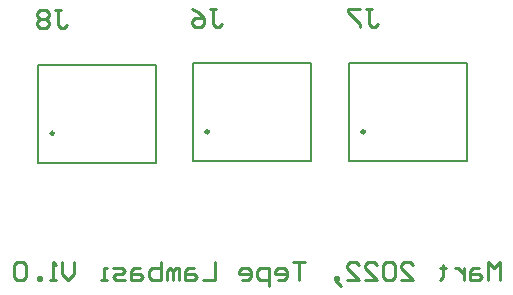
<source format=gbo>
G04*
G04 #@! TF.GenerationSoftware,Altium Limited,Altium Designer,21.7.2 (23)*
G04*
G04 Layer_Color=32896*
%FSLAX25Y25*%
%MOIN*%
G70*
G04*
G04 #@! TF.SameCoordinates,1580A9D1-778B-403B-A8E6-1BC37CE1D180*
G04*
G04*
G04 #@! TF.FilePolarity,Positive*
G04*
G01*
G75*
%ADD11C,0.00500*%
%ADD12C,0.01000*%
%ADD49C,0.01102*%
D11*
X242315Y375252D02*
Y407929D01*
X281685D01*
Y375252D02*
Y407929D01*
X242315Y375252D02*
X281685D01*
X294315D02*
Y407929D01*
X333685D01*
Y375252D02*
Y407929D01*
X294315Y375252D02*
X333685D01*
X190736Y374752D02*
Y407429D01*
X230106D01*
Y374752D02*
Y407429D01*
X190736Y374752D02*
X230106D01*
D12*
X344500Y335499D02*
Y341497D01*
X342501Y339498D01*
X340501Y341497D01*
Y335499D01*
X337502Y339498D02*
X335503D01*
X334503Y338498D01*
Y335499D01*
X337502D01*
X338502Y336499D01*
X337502Y337499D01*
X334503D01*
X332504Y339498D02*
Y335499D01*
Y337499D01*
X331504Y338498D01*
X330504Y339498D01*
X329505D01*
X325506Y340498D02*
Y339498D01*
X326506D01*
X324506D01*
X325506D01*
Y336499D01*
X324506Y335499D01*
X311511D02*
X315509D01*
X311511Y339498D01*
Y340498D01*
X312510Y341497D01*
X314510D01*
X315509Y340498D01*
X309511D02*
X308512Y341497D01*
X306512D01*
X305513Y340498D01*
Y336499D01*
X306512Y335499D01*
X308512D01*
X309511Y336499D01*
Y340498D01*
X299515Y335499D02*
X303513D01*
X299515Y339498D01*
Y340498D01*
X300514Y341497D01*
X302514D01*
X303513Y340498D01*
X293516Y335499D02*
X297515D01*
X293516Y339498D01*
Y340498D01*
X294516Y341497D01*
X296515D01*
X297515Y340498D01*
X290517Y334500D02*
X289518Y335499D01*
Y336499D01*
X290517D01*
Y335499D01*
X289518D01*
X290517Y334500D01*
X291517Y333500D01*
X279521Y341497D02*
X275522D01*
X277522D01*
Y335499D01*
X270524D02*
X272523D01*
X273523Y336499D01*
Y338498D01*
X272523Y339498D01*
X270524D01*
X269524Y338498D01*
Y337499D01*
X273523D01*
X267525Y333500D02*
Y339498D01*
X264526D01*
X263526Y338498D01*
Y336499D01*
X264526Y335499D01*
X267525D01*
X258528D02*
X260527D01*
X261527Y336499D01*
Y338498D01*
X260527Y339498D01*
X258528D01*
X257528Y338498D01*
Y337499D01*
X261527D01*
X249531Y341497D02*
Y335499D01*
X245532D01*
X242533Y339498D02*
X240534D01*
X239534Y338498D01*
Y335499D01*
X242533D01*
X243533Y336499D01*
X242533Y337499D01*
X239534D01*
X237535Y335499D02*
Y339498D01*
X236535D01*
X235535Y338498D01*
Y335499D01*
Y338498D01*
X234536Y339498D01*
X233536Y338498D01*
Y335499D01*
X231537Y341497D02*
Y335499D01*
X228538D01*
X227538Y336499D01*
Y337499D01*
Y338498D01*
X228538Y339498D01*
X231537D01*
X224539D02*
X222539D01*
X221540Y338498D01*
Y335499D01*
X224539D01*
X225538Y336499D01*
X224539Y337499D01*
X221540D01*
X219540Y335499D02*
X216541D01*
X215542Y336499D01*
X216541Y337499D01*
X218541D01*
X219540Y338498D01*
X218541Y339498D01*
X215542D01*
X213542Y335499D02*
X211543D01*
X212543D01*
Y339498D01*
X213542D01*
X202546Y341497D02*
Y337499D01*
X200547Y335499D01*
X198547Y337499D01*
Y341497D01*
X196548Y335499D02*
X194548D01*
X195548D01*
Y341497D01*
X196548Y340498D01*
X191550Y335499D02*
Y336499D01*
X190550D01*
Y335499D01*
X191550D01*
X186551Y340498D02*
X185551Y341497D01*
X183552D01*
X182552Y340498D01*
Y336499D01*
X183552Y335499D01*
X185551D01*
X186551Y336499D01*
Y340498D01*
X196401Y425598D02*
X198401D01*
X197401D01*
Y420600D01*
X198401Y419600D01*
X199400D01*
X200400Y420600D01*
X194402Y424598D02*
X193402Y425598D01*
X191403D01*
X190403Y424598D01*
Y423599D01*
X191403Y422599D01*
X190403Y421599D01*
Y420600D01*
X191403Y419600D01*
X193402D01*
X194402Y420600D01*
Y421599D01*
X193402Y422599D01*
X194402Y423599D01*
Y424598D01*
X193402Y422599D02*
X191403D01*
X299901Y426098D02*
X301901D01*
X300901D01*
Y421100D01*
X301901Y420100D01*
X302900D01*
X303900Y421100D01*
X297902Y426098D02*
X293903D01*
Y425098D01*
X297902Y421100D01*
Y420100D01*
X247901Y426098D02*
X249901D01*
X248901D01*
Y421100D01*
X249901Y420100D01*
X250900D01*
X251900Y421100D01*
X241903Y426098D02*
X243903Y425098D01*
X245902Y423099D01*
Y421100D01*
X244902Y420100D01*
X242903D01*
X241903Y421100D01*
Y422099D01*
X242903Y423099D01*
X245902D01*
D49*
X247590Y385094D02*
G03*
X247590Y385094I-551J0D01*
G01*
X299590D02*
G03*
X299590Y385094I-551J0D01*
G01*
X196012Y384594D02*
G03*
X196012Y384594I-551J0D01*
G01*
M02*

</source>
